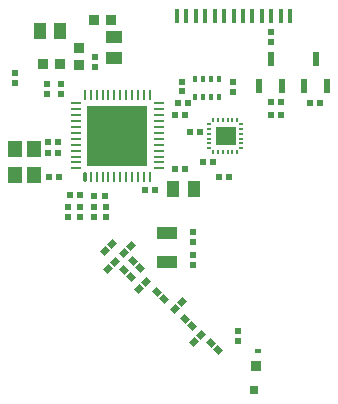
<source format=gtp>
%FSTAX23Y23*%
%MOIN*%
%SFA1B1*%

%IPPOS*%
%AMD22*
4,1,8,0.002000,0.005900,-0.002000,0.005900,-0.003900,0.003900,-0.003900,-0.003900,-0.002000,-0.005900,0.002000,-0.005900,0.003900,-0.003900,0.003900,0.003900,0.002000,0.005900,0.0*
1,1,0.003940,0.002000,0.003900*
1,1,0.003940,-0.002000,0.003900*
1,1,0.003940,-0.002000,-0.003900*
1,1,0.003940,0.002000,-0.003900*
%
%AMD24*
4,1,8,0.005900,-0.002000,0.005900,0.002000,0.003900,0.003900,-0.003900,0.003900,-0.005900,0.002000,-0.005900,-0.002000,-0.003900,-0.003900,0.003900,-0.003900,0.005900,-0.002000,0.0*
1,1,0.003940,0.003900,-0.002000*
1,1,0.003940,0.003900,0.002000*
1,1,0.003940,-0.003900,0.002000*
1,1,0.003940,-0.003900,-0.002000*
%
%AMD34*
4,1,4,0.000700,0.016000,-0.016000,-0.000700,-0.000700,-0.016000,0.016000,0.000700,0.000700,0.016000,0.0*
%
%AMD39*
4,1,4,0.016000,-0.000700,-0.000700,0.016000,-0.016000,0.000700,0.000700,-0.016000,0.016000,-0.000700,0.0*
%
%ADD16R,0.015750X0.047240*%
%ADD17O,0.011020X0.033470*%
%ADD18R,0.011020X0.033470*%
%ADD19R,0.033470X0.011020*%
%ADD20R,0.202760X0.202760*%
%ADD21R,0.013780X0.019680*%
G04~CAMADD=22~8~0.0~0.0~78.7~118.1~19.7~0.0~15~0.0~0.0~0.0~0.0~0~0.0~0.0~0.0~0.0~0~0.0~0.0~0.0~0.0~78.7~118.1*
%ADD22D22*%
%ADD23R,0.007870X0.011810*%
G04~CAMADD=24~8~0.0~0.0~78.7~118.1~19.7~0.0~15~0.0~0.0~0.0~0.0~0~0.0~0.0~0.0~0.0~0~0.0~0.0~0.0~270.0~118.0~78.0*
%ADD24D24*%
%ADD25R,0.011810X0.007870*%
%ADD26R,0.066930X0.060630*%
%ADD27R,0.023620X0.021650*%
%ADD28R,0.023620X0.045280*%
%ADD29R,0.021650X0.023620*%
%ADD30R,0.037400X0.037400*%
%ADD31R,0.031500X0.031500*%
%ADD32R,0.035430X0.035430*%
%ADD33R,0.019680X0.015750*%
G04~CAMADD=34~9~0.0~0.0~236.2~216.5~0.0~0.0~0~0.0~0.0~0.0~0.0~0~0.0~0.0~0.0~0.0~0~0.0~0.0~0.0~45.0~320.0~319.0*
%ADD34D34*%
%ADD35R,0.070870X0.039370*%
%ADD36R,0.043310X0.055120*%
%ADD37R,0.045280X0.055120*%
%ADD38R,0.037400X0.037400*%
G04~CAMADD=39~9~0.0~0.0~236.2~216.5~0.0~0.0~0~0.0~0.0~0.0~0.0~0~0.0~0.0~0.0~0.0~0~0.0~0.0~0.0~315.0~320.0~319.0*
%ADD39D39*%
%ADD40R,0.055120X0.043310*%
%LNheadset-pcb-1*%
%LPD*%
G54D16*
X00667Y01565D03*
X00698D03*
X0073D03*
X00761D03*
X00793D03*
X00824D03*
X00856D03*
X00887D03*
X00919D03*
X0095D03*
X00982D03*
X01013D03*
X01045D03*
G54D17*
X0036Y0103D03*
G54D18*
X0038Y0103D03*
X004D03*
X0042D03*
X00439D03*
X00459D03*
X00479D03*
X00498D03*
X00518D03*
X00538D03*
X00557D03*
X00577D03*
Y01303D03*
X00557D03*
X00538D03*
X00518D03*
X00498D03*
X00479D03*
X00459D03*
X00439D03*
X0042D03*
X004D03*
X0038D03*
X0036D03*
G54D19*
X00606Y01058D03*
Y01078D03*
Y01097D03*
Y01117D03*
Y01137D03*
Y01156D03*
Y01176D03*
Y01196D03*
Y01216D03*
Y01235D03*
Y01255D03*
Y01275D03*
X00332D03*
Y01255D03*
Y01235D03*
Y01216D03*
Y01196D03*
Y01176D03*
Y01156D03*
Y01137D03*
Y01117D03*
Y01097D03*
Y01078D03*
Y01058D03*
G54D20*
X00469Y01166D03*
G54D21*
X00806Y01295D03*
X0078D03*
X00755D03*
X00729D03*
Y01357D03*
X00755D03*
X0078D03*
X00806D03*
G54D22*
X00788Y01218D03*
X00867D03*
Y01112D03*
X00788D03*
G54D23*
X00804Y01218D03*
X0082D03*
X00836D03*
X00851D03*
Y01112D03*
X00836D03*
X0082D03*
X00804D03*
G54D24*
X00881Y01205D03*
Y01126D03*
X00775D03*
Y01205D03*
G54D25*
X00881Y01189D03*
Y01173D03*
Y01157D03*
Y01142D03*
X00775D03*
Y01157D03*
Y01173D03*
Y01189D03*
G54D26*
X0083Y01165D03*
G54D27*
X0067Y01275D03*
X00703D03*
X0098Y0128D03*
X01013D03*
X00982Y01235D03*
X01015D03*
X01145Y01275D03*
X01111D03*
X00745Y0118D03*
X00711D03*
X00595Y00985D03*
X00561D03*
X0084Y0103D03*
X00806D03*
X00788Y0108D03*
X00755D03*
X0027Y0111D03*
X00236D03*
X00275Y0103D03*
X00241D03*
X0027Y01145D03*
X00236D03*
X00662Y01237D03*
X00695D03*
X0066Y01055D03*
X00693D03*
X00343Y0097D03*
X0031D03*
X00392Y00965D03*
X00426D03*
G54D28*
X0113Y01421D03*
X01167Y01332D03*
X01092D03*
X0098Y01421D03*
X01017Y01332D03*
X00942D03*
G54D29*
X00982Y0148D03*
Y01513D03*
X00683Y01347D03*
Y01314D03*
X00235Y0134D03*
Y01306D03*
X0072Y00845D03*
Y00811D03*
Y00735D03*
Y00768D03*
X00128Y01375D03*
Y01341D03*
X00854Y01345D03*
Y01311D03*
X0028Y0134D03*
Y01306D03*
X00395Y01395D03*
Y01428D03*
X0087Y00515D03*
Y00481D03*
X00345Y00896D03*
Y0093D03*
X0039Y00896D03*
Y0093D03*
X0043Y00895D03*
Y00928D03*
X00305Y00895D03*
Y00928D03*
G54D30*
X00277Y01405D03*
X0022D03*
X00392Y01551D03*
X00449D03*
G54D31*
X00925Y0032D03*
G54D32*
X0093Y004D03*
G54D33*
X00937Y00448D03*
G54D34*
X00426Y00781D03*
X0045Y00805D03*
X00491Y00776D03*
X00515Y008D03*
X0046Y00745D03*
X00436Y00721D03*
X00725Y0048D03*
X00748Y00503D03*
X0066Y0059D03*
X00683Y00613D03*
X0054Y00655D03*
X00563Y00678D03*
G54D35*
X00635Y00843D03*
Y00745D03*
G54D36*
X00278Y01515D03*
X0021D03*
X00723Y0099D03*
X00655D03*
G54D37*
X0019Y01035D03*
Y01121D03*
X00127D03*
Y01035D03*
G54D38*
X0034Y01458D03*
Y01401D03*
G54D39*
X0078Y00475D03*
X00803Y00451D03*
X00695Y00555D03*
X00718Y00531D03*
X006Y00645D03*
X00623Y00621D03*
X00521Y00748D03*
X00545Y00725D03*
X0049Y0072D03*
X00513Y00696D03*
G54D40*
X00458Y01427D03*
Y01496D03*
M02*
</source>
